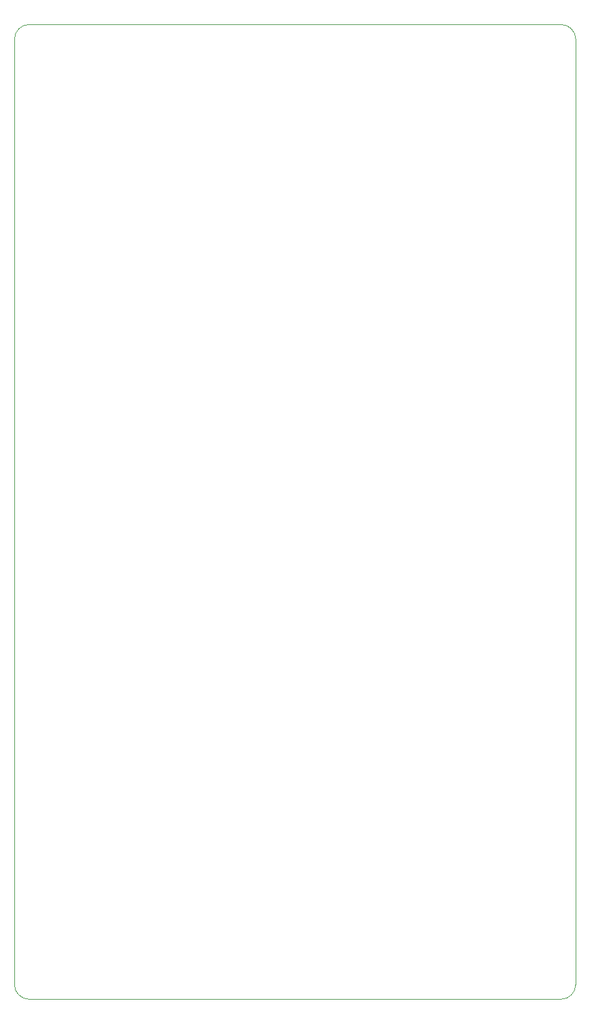
<source format=gbr>
%TF.GenerationSoftware,KiCad,Pcbnew,7.0.7*%
%TF.CreationDate,2023-12-10T01:09:49+02:00*%
%TF.ProjectId,stm32_calc,73746d33-325f-4636-916c-632e6b696361,rev?*%
%TF.SameCoordinates,Original*%
%TF.FileFunction,Profile,NP*%
%FSLAX46Y46*%
G04 Gerber Fmt 4.6, Leading zero omitted, Abs format (unit mm)*
G04 Created by KiCad (PCBNEW 7.0.7) date 2023-12-10 01:09:49*
%MOMM*%
%LPD*%
G01*
G04 APERTURE LIST*
%TA.AperFunction,Profile*%
%ADD10C,0.100000*%
%TD*%
G04 APERTURE END LIST*
D10*
X36100000Y-95250000D02*
G75*
G03*
X38100000Y-93250000I0J2000000D01*
G01*
X38100000Y35000000D02*
G75*
G03*
X36100000Y37000000I-2000000J0D01*
G01*
X36100000Y37000000D02*
X-36100000Y37000000D01*
X-36100000Y37000000D02*
G75*
G03*
X-38100000Y35000000I0J-2000000D01*
G01*
X-38100000Y35000000D02*
X-38100000Y-93250000D01*
X38100000Y35000000D02*
X38100000Y-93250000D01*
X-38100000Y-93250000D02*
G75*
G03*
X-36100000Y-95250000I2000000J0D01*
G01*
X36100000Y-95250000D02*
X-36100000Y-95250000D01*
M02*

</source>
